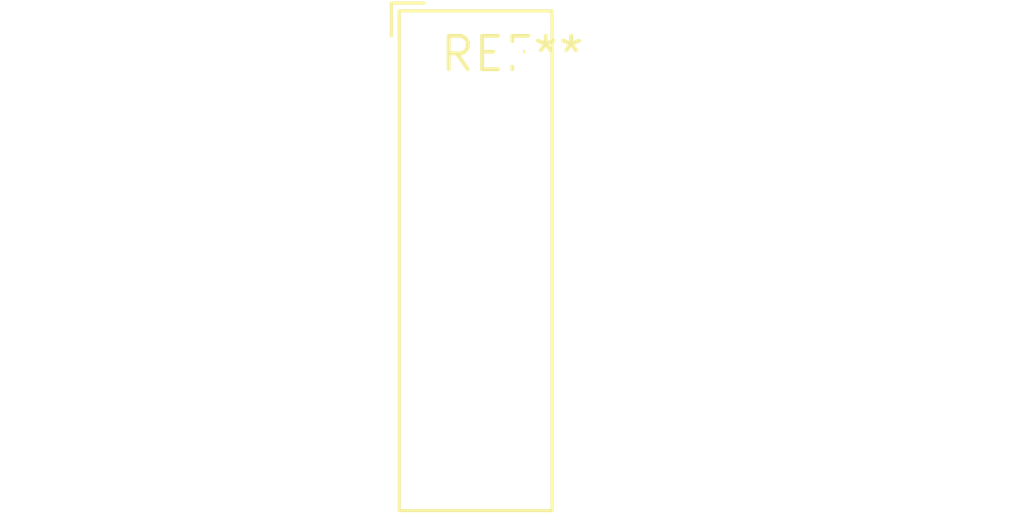
<source format=kicad_pcb>
(kicad_pcb (version 20240108) (generator pcbnew)
  (layers (0 "F.Cu" signal) (31 "B.Cu" signal) (34 "B.Paste" user) (35 "F.Paste" user) (36 "B.SilkS" user "B.Silkscreen") (37 "F.SilkS" user "F.Silkscreen") (38 "B.Mask" user) (39 "F.Mask" user) (44 "Edge.Cuts" user))
  (net 0 "")
  (footprint "Converter_DCDC_XP_POWER-IAxxxxS_THT" (layer "F.Cu") (at 0 0)
    (property "Reference" "REF**")
    (property "Value" "Converter_DCDC_XP_POWER-IAxxxxS_THT")
    (fp_line (start -4.6 -1.94) (end -4.6 -0.69) (layer "F.SilkS") (stroke (width 0.12)))
    (fp_line (start -4.3 -1.64) (end -4.3 17.38) (layer "F.SilkS") (stroke (width 0.12)))
    (fp_line (start -4.3 17.38) (end 1.51 17.38) (layer "F.SilkS") (stroke (width 0.12)))
    (fp_line (start -3.35 -1.94) (end -4.6 -1.94) (layer "F.SilkS") (stroke (width 0.12)))
    (fp_line (start 1.51 -1.64) (end -4.3 -1.64) (layer "F.SilkS") (stroke (width 0.12)))
    (fp_line (start 1.51 17.38) (end 1.51 -1.64) (layer "F.SilkS") (stroke (width 0.12)))
    (pad "1" thru_hole rect (at 0 0) (size 1.85 1.85) (drill 0.85) (layers *.Cu *.Mask) (remove_unused_layers))
    (pad "2" thru_hole circle (at 0 2.54) (size 1.85 1.85) (drill 0.85) (layers *.Cu *.Mask) (remove_unused_layers))
    (pad "4" thru_hole circle (at 0 7.62) (size 1.85 1.85) (drill 0.85) (layers *.Cu *.Mask) (remove_unused_layers))
    (pad "5" thru_hole circle (at 0 10.16) (size 1.85 1.85) (drill 0.85) (layers *.Cu *.Mask) (remove_unused_layers))
    (pad "6" thru_hole circle (at 0 12.7) (size 1.85 1.85) (drill 0.85) (layers *.Cu *.Mask) (remove_unused_layers))
  )
)
</source>
